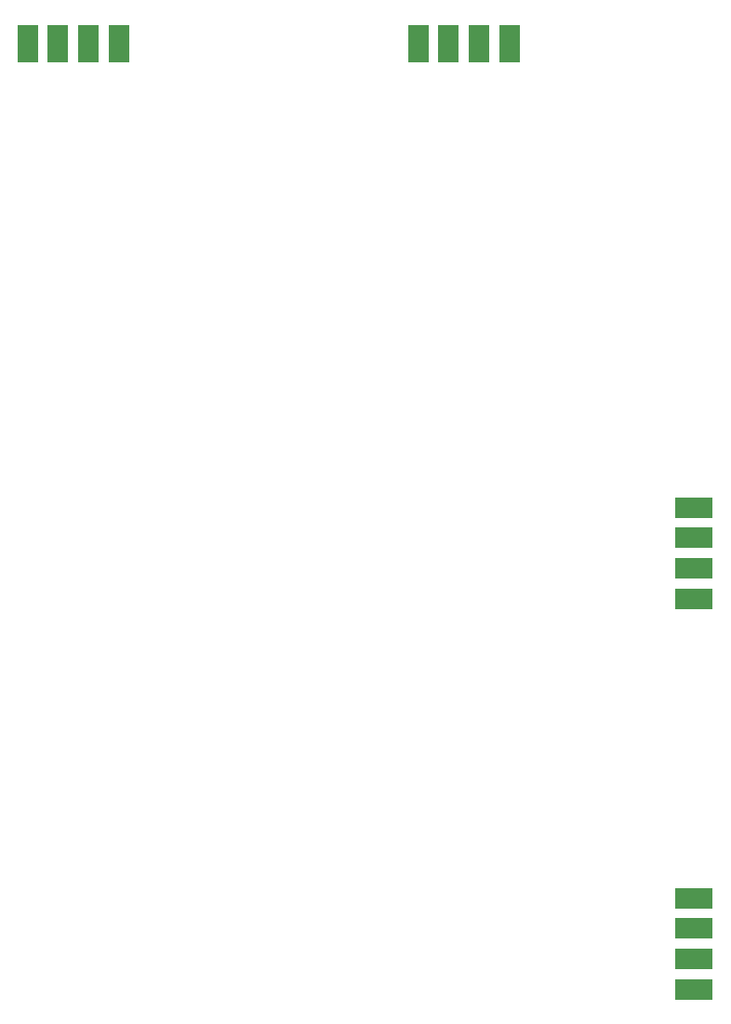
<source format=gbp>
G04 #@! TF.GenerationSoftware,KiCad,Pcbnew,8.0.4*
G04 #@! TF.CreationDate,2024-09-22T21:35:36-05:00*
G04 #@! TF.ProjectId,QuadCom_8b,51756164-436f-46d5-9f38-622e6b696361,rev?*
G04 #@! TF.SameCoordinates,Original*
G04 #@! TF.FileFunction,Paste,Bot*
G04 #@! TF.FilePolarity,Positive*
%FSLAX46Y46*%
G04 Gerber Fmt 4.6, Leading zero omitted, Abs format (unit mm)*
G04 Created by KiCad (PCBNEW 8.0.4) date 2024-09-22 21:35:36*
%MOMM*%
%LPD*%
G01*
G04 APERTURE LIST*
%ADD10R,3.480000X1.846667*%
%ADD11R,1.846667X3.480000*%
G04 APERTURE END LIST*
D10*
X173377500Y-115915000D03*
X173377500Y-113145000D03*
X173377500Y-110375000D03*
X173377500Y-107605000D03*
D11*
X120995000Y-29822500D03*
X118225000Y-29822500D03*
X115455000Y-29822500D03*
X112685000Y-29822500D03*
X156555000Y-29822500D03*
X153785000Y-29822500D03*
X151015000Y-29822500D03*
X148245000Y-29822500D03*
D10*
X173377500Y-80355000D03*
X173377500Y-77585000D03*
X173377500Y-74815000D03*
X173377500Y-72045000D03*
M02*

</source>
